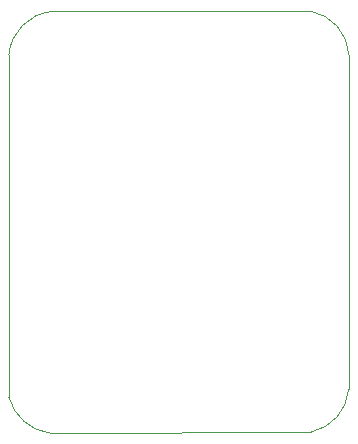
<source format=gbr>
%TF.GenerationSoftware,KiCad,Pcbnew,8.0.5*%
%TF.CreationDate,2025-02-27T19:14:31+02:00*%
%TF.ProjectId,_autosave-QS390,5f617574-6f73-4617-9665-2d5153333930,rev?*%
%TF.SameCoordinates,Original*%
%TF.FileFunction,Profile,NP*%
%FSLAX46Y46*%
G04 Gerber Fmt 4.6, Leading zero omitted, Abs format (unit mm)*
G04 Created by KiCad (PCBNEW 8.0.5) date 2025-02-27 19:14:31*
%MOMM*%
%LPD*%
G01*
G04 APERTURE LIST*
%TA.AperFunction,Profile*%
%ADD10C,0.050000*%
%TD*%
G04 APERTURE END LIST*
D10*
X101600000Y-87699999D02*
X79500000Y-87800000D01*
X79642425Y-52100000D02*
X101496010Y-52055946D01*
X104771551Y-84077085D02*
G75*
G02*
X101600000Y-87699999I-3971551J277085D01*
G01*
X76000000Y-55800000D02*
G75*
G02*
X79642845Y-52104698I4000000J-300000D01*
G01*
X104800000Y-55800000D02*
X104771551Y-84077085D01*
X79500000Y-87800000D02*
G75*
G02*
X76007145Y-84756932I500000J4100000D01*
G01*
X101496010Y-52055946D02*
G75*
G02*
X104799999Y-55800000I-696010J-3944054D01*
G01*
X76000000Y-55800000D02*
X76007145Y-84756932D01*
M02*

</source>
